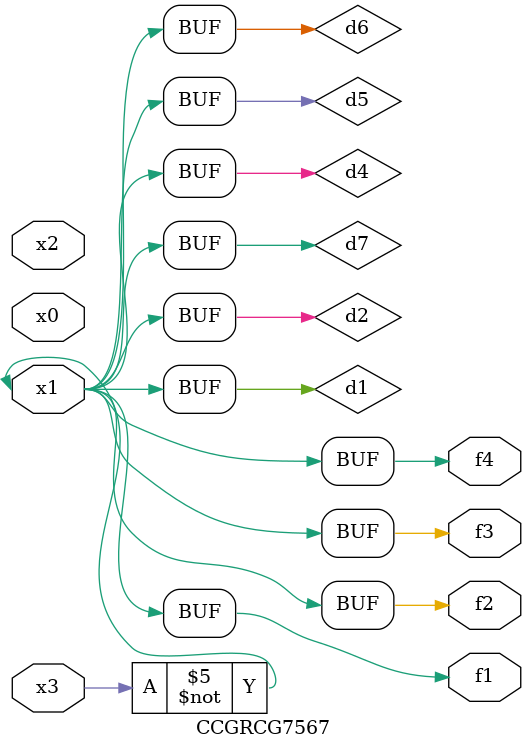
<source format=v>
module CCGRCG7567(
	input x0, x1, x2, x3,
	output f1, f2, f3, f4
);

	wire d1, d2, d3, d4, d5, d6, d7;

	not (d1, x3);
	buf (d2, x1);
	xnor (d3, d1, d2);
	nor (d4, d1);
	buf (d5, d1, d2);
	buf (d6, d4, d5);
	nand (d7, d4);
	assign f1 = d6;
	assign f2 = d7;
	assign f3 = d6;
	assign f4 = d6;
endmodule

</source>
